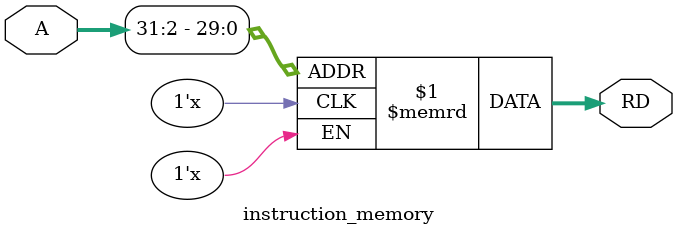
<source format=v>

module instruction_memory (
	input [31:0] A,
    output [31:0] RD);
	
    reg [31:0] RAM [0:1023];
    assign RD = RAM[A[31:2]];
endmodule

</source>
